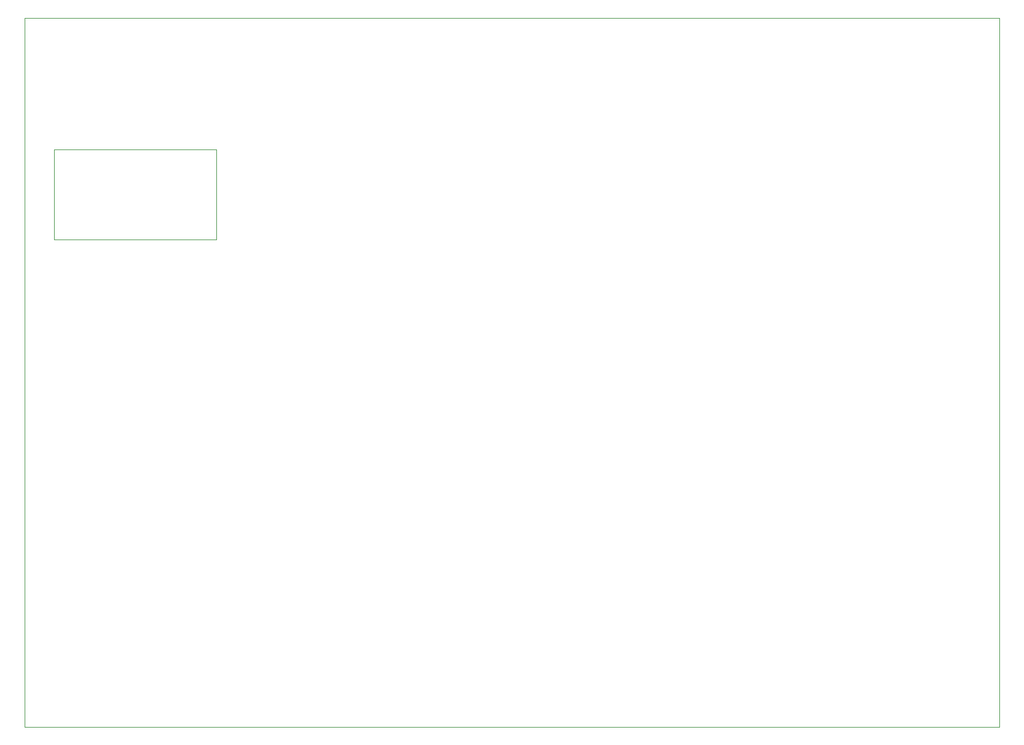
<source format=gm1>
G04 #@! TF.GenerationSoftware,KiCad,Pcbnew,6.0.11*
G04 #@! TF.CreationDate,2023-05-03T19:55:58-07:00*
G04 #@! TF.ProjectId,ldrd,6c647264-2e6b-4696-9361-645f70636258,rev?*
G04 #@! TF.SameCoordinates,Original*
G04 #@! TF.FileFunction,Profile,NP*
%FSLAX46Y46*%
G04 Gerber Fmt 4.6, Leading zero omitted, Abs format (unit mm)*
G04 Created by KiCad (PCBNEW 6.0.11) date 2023-05-03 19:55:58*
%MOMM*%
%LPD*%
G01*
G04 APERTURE LIST*
G04 #@! TA.AperFunction,Profile*
%ADD10C,0.100000*%
G04 #@! TD*
G04 APERTURE END LIST*
D10*
X100000000Y-50000000D02*
X237300000Y-50000000D01*
X237300000Y-50000000D02*
X237300000Y-150000000D01*
X237300000Y-150000000D02*
X100000000Y-150000000D01*
X100000000Y-150000000D02*
X100000000Y-50000000D01*
X104140000Y-68580000D02*
X127000000Y-68580000D01*
X127000000Y-68580000D02*
X127000000Y-81280000D01*
X127000000Y-81280000D02*
X104140000Y-81280000D01*
X104140000Y-81280000D02*
X104140000Y-68580000D01*
M02*

</source>
